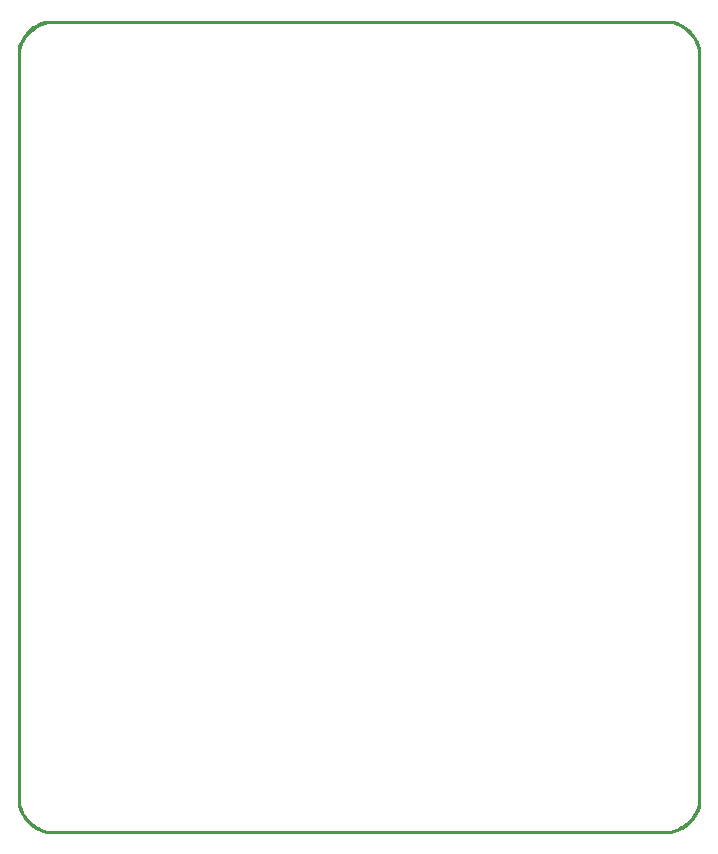
<source format=gko>
G04 Layer_Color=16711935*
%FSLAX25Y25*%
%MOIN*%
G70*
G01*
G75*
%ADD10C,0.01000*%
D10*
X227427Y267300D02*
X227187Y268270D01*
X226870Y269217D01*
X226476Y270135D01*
X226009Y271018D01*
X225473Y271861D01*
X224869Y272657D01*
X224203Y273401D01*
X223479Y274089D01*
X222702Y274716D01*
X221876Y275278D01*
X221007Y275771D01*
X220101Y276192D01*
X219164Y276537D01*
X218201Y276806D01*
X10206Y276800D02*
X9236Y276560D01*
X8289Y276243D01*
X7371Y275849D01*
X6488Y275383D01*
X5646Y274846D01*
X4849Y274243D01*
X4105Y273577D01*
X3417Y272852D01*
X2790Y272075D01*
X2228Y271249D01*
X1735Y270380D01*
X1314Y269474D01*
X969Y268537D01*
X700Y267575D01*
Y16300D02*
X940Y15330D01*
X1257Y14383D01*
X1651Y13465D01*
X2117Y12582D01*
X2654Y11739D01*
X3257Y10943D01*
X3923Y10199D01*
X4648Y9511D01*
X5425Y8884D01*
X6251Y8322D01*
X7120Y7829D01*
X8026Y7408D01*
X8963Y7062D01*
X9925Y6794D01*
X217936Y6800D02*
X218906Y7040D01*
X219853Y7357D01*
X220771Y7751D01*
X221655Y8217D01*
X222497Y8754D01*
X223293Y9357D01*
X224038Y10023D01*
X224726Y10748D01*
X225353Y11525D01*
X225914Y12351D01*
X226407Y13220D01*
X226828Y14126D01*
X227174Y15063D01*
X227443Y16025D01*
X217736Y7000D02*
X218706Y7240D01*
X219653Y7557D01*
X220571Y7951D01*
X221455Y8417D01*
X222297Y8954D01*
X223093Y9557D01*
X223838Y10223D01*
X224526Y10948D01*
X225153Y11725D01*
X225714Y12551D01*
X226207Y13420D01*
X226628Y14326D01*
X226974Y15263D01*
X227242Y16225D01*
X500Y16500D02*
X740Y15530D01*
X1057Y14583D01*
X1451Y13665D01*
X1917Y12782D01*
X2454Y11939D01*
X3057Y11143D01*
X3723Y10399D01*
X4448Y9711D01*
X5225Y9084D01*
X6051Y8522D01*
X6920Y8029D01*
X7826Y7608D01*
X8763Y7262D01*
X9725Y6994D01*
X10006Y277000D02*
X9036Y276760D01*
X8089Y276443D01*
X7171Y276049D01*
X6288Y275583D01*
X5446Y275046D01*
X4649Y274443D01*
X3905Y273777D01*
X3217Y273052D01*
X2590Y272275D01*
X2028Y271449D01*
X1535Y270580D01*
X1115Y269674D01*
X769Y268737D01*
X500Y267775D01*
X227227Y267500D02*
X226987Y268470D01*
X226670Y269417D01*
X226276Y270335D01*
X225809Y271218D01*
X225273Y272061D01*
X224669Y272857D01*
X224003Y273601D01*
X223279Y274289D01*
X222501Y274916D01*
X221675Y275478D01*
X220807Y275971D01*
X219901Y276392D01*
X218964Y276737D01*
X218002Y277006D01*
X227427Y267300D02*
X227443Y16300D01*
X9925Y6800D02*
X217936D01*
X700Y16300D02*
Y267575D01*
X10206Y276800D02*
X218195D01*
X10006Y277000D02*
X217995D01*
X500Y16500D02*
Y267775D01*
X9725Y7000D02*
X217736D01*
X227227Y267500D02*
X227242Y16500D01*
M02*

</source>
